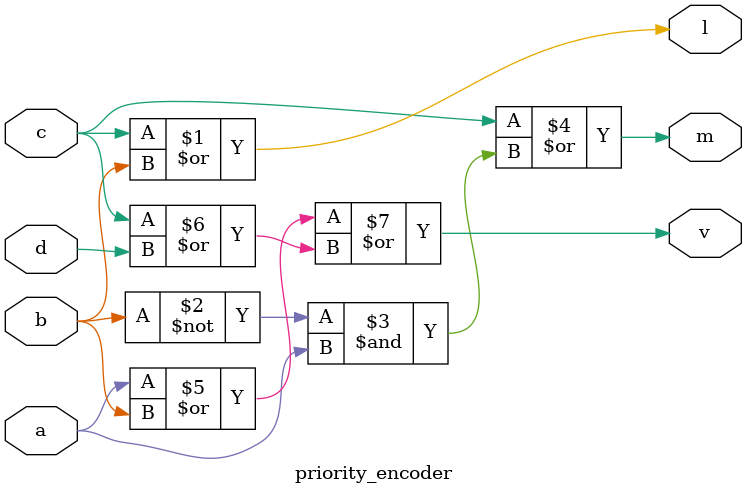
<source format=v>
`timescale 1ns / 1ps


module priority_encoder(
input a,b,c,d,
output l,m,v
    );
assign l=c | b;
assign m=c | ((~b)&a);
assign v=(a | b) | (c | d);
endmodule

</source>
